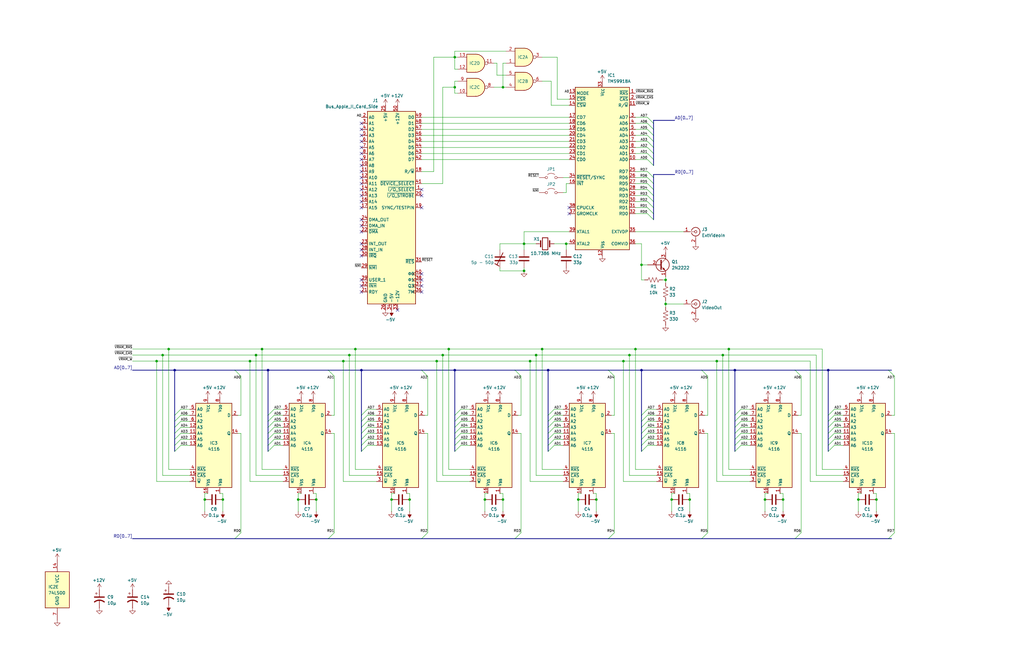
<source format=kicad_sch>
(kicad_sch (version 20231120) (generator "eeschema") (generator_version "8.0")
  (paper "USLedger")
  (title_block (title "Circuit Cellar E-Z Color Graphics Interface") (date "2024-03-31") (comment 2 "captured by Mark Aikens") (comment 3 "by Steve Ciarcia") (comment 4 "Circuit Cellar E-Z Color Graphics Interface"))
  (junction (at 226.06 149.86))
  (junction (at 204.47 210.82))
  (junction (at 86.36 210.82))
  (junction (at 144.78 152.4))
  (junction (at 290.83 210.82))
  (junction (at 238.76 102.87))
  (junction (at 191.77 24.13))
  (junction (at 172.72 210.82))
  (junction (at 349.25 156.21))
  (junction (at 304.8 149.86))
  (junction (at 110.49 147.32))
  (junction (at 105.41 152.4))
  (junction (at 270.51 111.76))
  (junction (at 147.32 149.86))
  (junction (at 228.6 147.32))
  (junction (at 149.86 147.32))
  (junction (at 191.77 36.83))
  (junction (at 265.43 149.86))
  (junction (at 262.89 152.4))
  (junction (at 113.03 156.21))
  (junction (at 280.67 118.11))
  (junction (at 267.97 147.32))
  (junction (at 165.1 210.82))
  (junction (at 68.58 149.86))
  (junction (at 212.09 36.83))
  (junction (at 73.66 156.21))
  (junction (at 270.51 156.21))
  (junction (at 107.95 149.86))
  (junction (at 152.4 156.21))
  (junction (at 186.69 149.86))
  (junction (at 361.95 210.82))
  (junction (at 322.58 210.82))
  (junction (at 71.12 147.32))
  (junction (at 223.52 152.4))
  (junction (at 231.14 156.21))
  (junction (at 251.46 210.82))
  (junction (at 243.84 210.82))
  (junction (at 191.77 156.21))
  (junction (at 184.15 152.4))
  (junction (at 369.57 210.82))
  (junction (at 66.04 152.4))
  (junction (at 280.67 128.27))
  (junction (at 307.34 147.32))
  (junction (at 302.26 152.4))
  (junction (at 309.88 156.21))
  (junction (at 220.98 114.3))
  (junction (at 125.73 210.82))
  (junction (at 330.2 210.82))
  (junction (at 220.98 102.87))
  (junction (at 93.98 210.82))
  (junction (at 133.35 210.82))
  (junction (at 212.09 210.82))
  (junction (at 283.21 210.82))
  (junction (at 189.23 147.32))
  (no_connect (at 152.4 72.39))
  (no_connect (at 152.4 69.85))
  (no_connect (at 152.4 67.31))
  (no_connect (at 152.4 77.47))
  (no_connect (at 152.4 85.09))
  (no_connect (at 177.8 123.19))
  (no_connect (at 152.4 57.15))
  (no_connect (at 177.8 120.65))
  (no_connect (at 152.4 80.01))
  (no_connect (at 152.4 95.25))
  (no_connect (at 240.03 90.17))
  (no_connect (at 167.64 130.81))
  (no_connect (at 177.8 82.55))
  (no_connect (at 152.4 64.77))
  (no_connect (at 152.4 118.11))
  (no_connect (at 152.4 102.87))
  (no_connect (at 152.4 87.63))
  (no_connect (at 177.8 115.57))
  (no_connect (at 152.4 107.95))
  (no_connect (at 152.4 92.71))
  (no_connect (at 152.4 54.61))
  (no_connect (at 152.4 82.55))
  (no_connect (at 152.4 62.23))
  (no_connect (at 177.8 87.63))
  (no_connect (at 152.4 59.69))
  (no_connect (at 152.4 97.79))
  (no_connect (at 152.4 74.93))
  (no_connect (at 152.4 105.41))
  (no_connect (at 152.4 52.07))
  (no_connect (at 152.4 123.19))
  (no_connect (at 152.4 120.65))
  (no_connect (at 240.03 87.63))
  (no_connect (at 177.8 80.01))
  (no_connect (at 177.8 118.11))
  (bus_entry (at 273.05 72.39) (size 2.54 2.54))
  (bus_entry (at 351.79 177.8) (size -2.54 2.54))
  (bus_entry (at 115.57 182.88) (size -2.54 2.54))
  (bus_entry (at 273.05 59.69) (size 2.54 2.54))
  (bus_entry (at 233.68 180.34) (size -2.54 2.54))
  (bus_entry (at 76.2 185.42) (size -2.54 2.54))
  (bus_entry (at 337.82 224.79) (size -2.54 2.54))
  (bus_entry (at 180.34 224.79) (size -2.54 2.54))
  (bus_entry (at 273.05 185.42) (size -2.54 2.54))
  (bus_entry (at 273.05 90.17) (size 2.54 2.54))
  (bus_entry (at 76.2 172.72) (size -2.54 2.54))
  (bus_entry (at 312.42 177.8) (size -2.54 2.54))
  (bus_entry (at 273.05 64.77) (size 2.54 2.54))
  (bus_entry (at 351.79 187.96) (size -2.54 2.54))
  (bus_entry (at 140.97 224.79) (size -2.54 2.54))
  (bus_entry (at 194.31 172.72) (size -2.54 2.54))
  (bus_entry (at 194.31 180.34) (size -2.54 2.54))
  (bus_entry (at 351.79 175.26) (size -2.54 2.54))
  (bus_entry (at 233.68 172.72) (size -2.54 2.54))
  (bus_entry (at 312.42 175.26) (size -2.54 2.54))
  (bus_entry (at 233.68 175.26) (size -2.54 2.54))
  (bus_entry (at 194.31 187.96) (size -2.54 2.54))
  (bus_entry (at 140.97 158.75) (size -2.54 -2.54))
  (bus_entry (at 312.42 187.96) (size -2.54 2.54))
  (bus_entry (at 273.05 57.15) (size 2.54 2.54))
  (bus_entry (at 115.57 185.42) (size -2.54 2.54))
  (bus_entry (at 180.34 158.75) (size -2.54 -2.54))
  (bus_entry (at 337.82 158.75) (size -2.54 -2.54))
  (bus_entry (at 312.42 182.88) (size -2.54 2.54))
  (bus_entry (at 351.79 182.88) (size -2.54 2.54))
  (bus_entry (at 115.57 175.26) (size -2.54 2.54))
  (bus_entry (at 76.2 177.8) (size -2.54 2.54))
  (bus_entry (at 273.05 85.09) (size 2.54 2.54))
  (bus_entry (at 115.57 187.96) (size -2.54 2.54))
  (bus_entry (at 219.71 224.79) (size -2.54 2.54))
  (bus_entry (at 194.31 175.26) (size -2.54 2.54))
  (bus_entry (at 273.05 175.26) (size -2.54 2.54))
  (bus_entry (at 115.57 180.34) (size -2.54 2.54))
  (bus_entry (at 273.05 80.01) (size 2.54 2.54))
  (bus_entry (at 377.19 224.79) (size -2.54 2.54))
  (bus_entry (at 76.2 182.88) (size -2.54 2.54))
  (bus_entry (at 194.31 185.42) (size -2.54 2.54))
  (bus_entry (at 154.94 172.72) (size -2.54 2.54))
  (bus_entry (at 351.79 172.72) (size -2.54 2.54))
  (bus_entry (at 273.05 54.61) (size 2.54 2.54))
  (bus_entry (at 377.19 158.75) (size -2.54 -2.54))
  (bus_entry (at 312.42 172.72) (size -2.54 2.54))
  (bus_entry (at 273.05 62.23) (size 2.54 2.54))
  (bus_entry (at 312.42 180.34) (size -2.54 2.54))
  (bus_entry (at 273.05 67.31) (size 2.54 2.54))
  (bus_entry (at 219.71 158.75) (size -2.54 -2.54))
  (bus_entry (at 273.05 187.96) (size -2.54 2.54))
  (bus_entry (at 273.05 182.88) (size -2.54 2.54))
  (bus_entry (at 273.05 172.72) (size -2.54 2.54))
  (bus_entry (at 298.45 158.75) (size -2.54 -2.54))
  (bus_entry (at 273.05 82.55) (size 2.54 2.54))
  (bus_entry (at 298.45 224.79) (size -2.54 2.54))
  (bus_entry (at 273.05 180.34) (size -2.54 2.54))
  (bus_entry (at 154.94 180.34) (size -2.54 2.54))
  (bus_entry (at 115.57 177.8) (size -2.54 2.54))
  (bus_entry (at 194.31 182.88) (size -2.54 2.54))
  (bus_entry (at 233.68 187.96) (size -2.54 2.54))
  (bus_entry (at 259.08 158.75) (size -2.54 -2.54))
  (bus_entry (at 194.31 177.8) (size -2.54 2.54))
  (bus_entry (at 273.05 49.53) (size 2.54 2.54))
  (bus_entry (at 76.2 175.26) (size -2.54 2.54))
  (bus_entry (at 76.2 187.96) (size -2.54 2.54))
  (bus_entry (at 351.79 180.34) (size -2.54 2.54))
  (bus_entry (at 259.08 224.79) (size -2.54 2.54))
  (bus_entry (at 154.94 187.96) (size -2.54 2.54))
  (bus_entry (at 154.94 182.88) (size -2.54 2.54))
  (bus_entry (at 101.6 224.79) (size -2.54 2.54))
  (bus_entry (at 154.94 175.26) (size -2.54 2.54))
  (bus_entry (at 273.05 52.07) (size 2.54 2.54))
  (bus_entry (at 233.68 182.88) (size -2.54 2.54))
  (bus_entry (at 154.94 177.8) (size -2.54 2.54))
  (bus_entry (at 312.42 185.42) (size -2.54 2.54))
  (bus_entry (at 154.94 185.42) (size -2.54 2.54))
  (bus_entry (at 273.05 87.63) (size 2.54 2.54))
  (bus_entry (at 115.57 172.72) (size -2.54 2.54))
  (bus_entry (at 273.05 177.8) (size -2.54 2.54))
  (bus_entry (at 101.6 158.75) (size -2.54 -2.54))
  (bus_entry (at 76.2 180.34) (size -2.54 2.54))
  (bus_entry (at 273.05 74.93) (size 2.54 2.54))
  (bus_entry (at 233.68 177.8) (size -2.54 2.54))
  (bus_entry (at 351.79 185.42) (size -2.54 2.54))
  (bus_entry (at 233.68 185.42) (size -2.54 2.54))
  (bus_entry (at 273.05 77.47) (size 2.54 2.54))
  (wire (pts (xy 312.42 182.88) (xy 316.23 182.88)))
  (bus (pts (xy 73.66 156.21) (xy 73.66 175.26)))
  (bus (pts (xy 55.88 156.21) (xy 73.66 156.21)))
  (wire (pts (xy 115.57 180.34) (xy 119.38 180.34)))
  (bus (pts (xy 177.8 227.33) (xy 217.17 227.33)))
  (wire (pts (xy 330.2 210.82) (xy 330.2 215.9)))
  (wire (pts (xy 115.57 172.72) (xy 119.38 172.72)))
  (bus (pts (xy 73.66 185.42) (xy 73.66 187.96)))
  (wire (pts (xy 233.68 175.26) (xy 237.49 175.26)))
  (bus (pts (xy 270.51 187.96) (xy 270.51 190.5)))
  (bus (pts (xy 73.66 177.8) (xy 73.66 180.34)))
  (wire (pts (xy 280.67 118.11) (xy 280.67 116.84)))
  (wire (pts (xy 177.8 64.77) (xy 240.03 64.77)))
  (wire (pts (xy 193.04 24.13) (xy 191.77 24.13)))
  (bus (pts (xy 231.14 156.21) (xy 231.14 175.26)))
  (wire (pts (xy 238.76 105.41) (xy 238.76 102.87)))
  (bus (pts (xy 349.25 182.88) (xy 349.25 185.42)))
  (wire (pts (xy 147.32 200.66) (xy 158.75 200.66)))
  (wire (pts (xy 240.03 77.47) (xy 238.76 77.47)))
  (bus (pts (xy 349.25 156.21) (xy 349.25 175.26)))
  (wire (pts (xy 273.05 182.88) (xy 276.86 182.88)))
  (bus (pts (xy 217.17 227.33) (xy 256.54 227.33)))
  (wire (pts (xy 76.2 177.8) (xy 80.01 177.8)))
  (wire (pts (xy 238.76 102.87) (xy 240.03 102.87)))
  (wire (pts (xy 237.49 81.28) (xy 238.76 81.28)))
  (wire (pts (xy 115.57 187.96) (xy 119.38 187.96)))
  (wire (pts (xy 172.72 208.28) (xy 172.72 210.82)))
  (wire (pts (xy 233.68 180.34) (xy 237.49 180.34)))
  (wire (pts (xy 55.88 147.32) (xy 71.12 147.32)))
  (bus (pts (xy 231.14 182.88) (xy 231.14 185.42)))
  (bus (pts (xy 275.59 85.09) (xy 275.59 87.63)))
  (wire (pts (xy 194.31 175.26) (xy 198.12 175.26)))
  (bus (pts (xy 256.54 227.33) (xy 295.91 227.33)))
  (wire (pts (xy 336.55 175.26) (xy 337.82 175.26)))
  (wire (pts (xy 177.8 62.23) (xy 240.03 62.23)))
  (bus (pts (xy 275.59 50.8) (xy 284.48 50.8)))
  (wire (pts (xy 210.82 114.3) (xy 220.98 114.3)))
  (wire (pts (xy 322.58 215.9) (xy 322.58 210.82)))
  (wire (pts (xy 55.88 152.4) (xy 66.04 152.4)))
  (wire (pts (xy 267.97 97.79) (xy 288.29 97.79)))
  (wire (pts (xy 283.21 210.82) (xy 283.21 208.28)))
  (wire (pts (xy 234.95 24.13) (xy 234.95 41.91)))
  (wire (pts (xy 193.04 34.29) (xy 191.77 34.29)))
  (bus (pts (xy 349.25 180.34) (xy 349.25 182.88)))
  (wire (pts (xy 267.97 72.39) (xy 273.05 72.39)))
  (wire (pts (xy 257.81 175.26) (xy 259.08 175.26)))
  (bus (pts (xy 275.59 87.63) (xy 275.59 90.17)))
  (wire (pts (xy 184.15 152.4) (xy 223.52 152.4)))
  (wire (pts (xy 251.46 210.82) (xy 251.46 215.9)))
  (wire (pts (xy 210.82 114.3) (xy 210.82 113.03)))
  (bus (pts (xy 191.77 180.34) (xy 191.77 182.88)))
  (wire (pts (xy 307.34 147.32) (xy 346.71 147.32)))
  (wire (pts (xy 290.83 210.82) (xy 290.83 215.9)))
  (wire (pts (xy 270.51 118.11) (xy 271.78 118.11)))
  (wire (pts (xy 93.98 208.28) (xy 93.98 210.82)))
  (bus (pts (xy 275.59 67.31) (xy 275.59 69.85)))
  (wire (pts (xy 191.77 36.83) (xy 191.77 34.29)))
  (wire (pts (xy 346.71 198.12) (xy 346.71 147.32)))
  (wire (pts (xy 76.2 185.42) (xy 80.01 185.42)))
  (wire (pts (xy 76.2 180.34) (xy 80.01 180.34)))
  (wire (pts (xy 297.18 175.26) (xy 298.45 175.26)))
  (wire (pts (xy 204.47 215.9) (xy 204.47 210.82)))
  (wire (pts (xy 223.52 203.2) (xy 223.52 152.4)))
  (wire (pts (xy 267.97 64.77) (xy 273.05 64.77)))
  (wire (pts (xy 125.73 208.28) (xy 127 208.28)))
  (wire (pts (xy 243.84 215.9) (xy 243.84 210.82)))
  (wire (pts (xy 377.19 182.88) (xy 375.92 182.88)))
  (wire (pts (xy 267.97 74.93) (xy 273.05 74.93)))
  (wire (pts (xy 107.95 149.86) (xy 147.32 149.86)))
  (wire (pts (xy 66.04 152.4) (xy 105.41 152.4)))
  (bus (pts (xy 349.25 187.96) (xy 349.25 190.5)))
  (wire (pts (xy 76.2 172.72) (xy 80.01 172.72)))
  (wire (pts (xy 177.8 54.61) (xy 240.03 54.61)))
  (bus (pts (xy 270.51 156.21) (xy 270.51 175.26)))
  (wire (pts (xy 290.83 208.28) (xy 289.56 208.28)))
  (wire (pts (xy 125.73 215.9) (xy 125.73 210.82)))
  (wire (pts (xy 283.21 215.9) (xy 283.21 210.82)))
  (wire (pts (xy 267.97 198.12) (xy 267.97 147.32)))
  (bus (pts (xy 275.59 64.77) (xy 275.59 67.31)))
  (wire (pts (xy 267.97 147.32) (xy 307.34 147.32)))
  (wire (pts (xy 273.05 177.8) (xy 276.86 177.8)))
  (bus (pts (xy 275.59 59.69) (xy 275.59 62.23)))
  (wire (pts (xy 226.06 200.66) (xy 237.49 200.66)))
  (wire (pts (xy 369.57 208.28) (xy 368.3 208.28)))
  (bus (pts (xy 177.8 156.21) (xy 191.77 156.21)))
  (wire (pts (xy 76.2 175.26) (xy 80.01 175.26)))
  (wire (pts (xy 219.71 182.88) (xy 218.44 182.88)))
  (wire (pts (xy 133.35 208.28) (xy 132.08 208.28)))
  (wire (pts (xy 228.6 147.32) (xy 267.97 147.32)))
  (wire (pts (xy 180.34 182.88) (xy 179.07 182.88)))
  (wire (pts (xy 210.82 102.87) (xy 210.82 105.41)))
  (wire (pts (xy 218.44 175.26) (xy 219.71 175.26)))
  (bus (pts (xy 295.91 156.21) (xy 309.88 156.21)))
  (wire (pts (xy 186.69 149.86) (xy 226.06 149.86)))
  (wire (pts (xy 194.31 172.72) (xy 198.12 172.72)))
  (wire (pts (xy 312.42 187.96) (xy 316.23 187.96)))
  (wire (pts (xy 220.98 97.79) (xy 220.98 102.87)))
  (wire (pts (xy 149.86 198.12) (xy 158.75 198.12)))
  (wire (pts (xy 154.94 177.8) (xy 158.75 177.8)))
  (wire (pts (xy 140.97 158.75) (xy 140.97 175.26)))
  (wire (pts (xy 212.09 36.83) (xy 213.36 36.83)))
  (wire (pts (xy 115.57 185.42) (xy 119.38 185.42)))
  (wire (pts (xy 177.8 77.47) (xy 186.69 77.47)))
  (bus (pts (xy 113.03 156.21) (xy 113.03 175.26)))
  (wire (pts (xy 93.98 208.28) (xy 92.71 208.28)))
  (bus (pts (xy 275.59 74.93) (xy 275.59 77.47)))
  (wire (pts (xy 267.97 82.55) (xy 273.05 82.55)))
  (wire (pts (xy 182.88 24.13) (xy 182.88 72.39)))
  (wire (pts (xy 267.97 77.47) (xy 273.05 77.47)))
  (wire (pts (xy 76.2 182.88) (xy 80.01 182.88)))
  (wire (pts (xy 312.42 185.42) (xy 316.23 185.42)))
  (wire (pts (xy 144.78 152.4) (xy 184.15 152.4)))
  (wire (pts (xy 165.1 208.28) (xy 166.37 208.28)))
  (wire (pts (xy 351.79 175.26) (xy 355.6 175.26)))
  (wire (pts (xy 302.26 203.2) (xy 302.26 152.4)))
  (bus (pts (xy 275.59 62.23) (xy 275.59 64.77)))
  (wire (pts (xy 259.08 224.79) (xy 259.08 182.88)))
  (bus (pts (xy 138.43 227.33) (xy 177.8 227.33)))
  (bus (pts (xy 231.14 185.42) (xy 231.14 187.96)))
  (wire (pts (xy 66.04 203.2) (xy 80.01 203.2)))
  (bus (pts (xy 295.91 227.33) (xy 335.28 227.33)))
  (wire (pts (xy 186.69 200.66) (xy 198.12 200.66)))
  (bus (pts (xy 191.77 156.21) (xy 217.17 156.21)))
  (bus (pts (xy 349.25 185.42) (xy 349.25 187.96)))
  (wire (pts (xy 172.72 208.28) (xy 171.45 208.28)))
  (bus (pts (xy 270.51 180.34) (xy 270.51 182.88)))
  (wire (pts (xy 243.84 208.28) (xy 245.11 208.28)))
  (wire (pts (xy 189.23 198.12) (xy 198.12 198.12)))
  (wire (pts (xy 101.6 182.88) (xy 100.33 182.88)))
  (wire (pts (xy 280.67 128.27) (xy 280.67 127)))
  (wire (pts (xy 147.32 200.66) (xy 147.32 149.86)))
  (wire (pts (xy 212.09 208.28) (xy 210.82 208.28)))
  (wire (pts (xy 154.94 175.26) (xy 158.75 175.26)))
  (wire (pts (xy 204.47 208.28) (xy 205.74 208.28)))
  (wire (pts (xy 267.97 57.15) (xy 273.05 57.15)))
  (bus (pts (xy 113.03 182.88) (xy 113.03 185.42)))
  (bus (pts (xy 152.4 182.88) (xy 152.4 185.42)))
  (wire (pts (xy 204.47 210.82) (xy 204.47 208.28)))
  (bus (pts (xy 270.51 156.21) (xy 295.91 156.21)))
  (wire (pts (xy 154.94 185.42) (xy 158.75 185.42)))
  (wire (pts (xy 212.09 208.28) (xy 212.09 210.82)))
  (wire (pts (xy 66.04 152.4) (xy 66.04 203.2)))
  (wire (pts (xy 191.77 36.83) (xy 186.69 36.83)))
  (wire (pts (xy 219.71 158.75) (xy 219.71 175.26)))
  (wire (pts (xy 377.19 158.75) (xy 377.19 175.26)))
  (bus (pts (xy 349.25 175.26) (xy 349.25 177.8)))
  (wire (pts (xy 133.35 208.28) (xy 133.35 210.82)))
  (wire (pts (xy 267.97 62.23) (xy 273.05 62.23)))
  (bus (pts (xy 73.66 180.34) (xy 73.66 182.88)))
  (bus (pts (xy 191.77 187.96) (xy 191.77 190.5)))
  (wire (pts (xy 312.42 180.34) (xy 316.23 180.34)))
  (wire (pts (xy 273.05 185.42) (xy 276.86 185.42)))
  (bus (pts (xy 275.59 80.01) (xy 275.59 82.55)))
  (wire (pts (xy 251.46 208.28) (xy 250.19 208.28)))
  (bus (pts (xy 335.28 227.33) (xy 374.65 227.33)))
  (wire (pts (xy 228.6 24.13) (xy 234.95 24.13)))
  (bus (pts (xy 309.88 177.8) (xy 309.88 180.34)))
  (wire (pts (xy 238.76 77.47) (xy 238.76 81.28)))
  (bus (pts (xy 270.51 177.8) (xy 270.51 180.34)))
  (wire (pts (xy 288.29 128.27) (xy 280.67 128.27)))
  (wire (pts (xy 100.33 175.26) (xy 101.6 175.26)))
  (bus (pts (xy 113.03 185.42) (xy 113.03 187.96)))
  (wire (pts (xy 86.36 208.28) (xy 86.36 210.82)))
  (bus (pts (xy 191.77 185.42) (xy 191.77 187.96)))
  (wire (pts (xy 110.49 198.12) (xy 119.38 198.12)))
  (bus (pts (xy 309.88 156.21) (xy 335.28 156.21)))
  (wire (pts (xy 283.21 208.28) (xy 284.48 208.28)))
  (wire (pts (xy 177.8 57.15) (xy 240.03 57.15)))
  (wire (pts (xy 267.97 198.12) (xy 276.86 198.12)))
  (wire (pts (xy 177.8 67.31) (xy 240.03 67.31)))
  (bus (pts (xy 152.4 180.34) (xy 152.4 182.88)))
  (wire (pts (xy 182.88 72.39) (xy 177.8 72.39)))
  (wire (pts (xy 267.97 49.53) (xy 273.05 49.53)))
  (bus (pts (xy 152.4 156.21) (xy 152.4 175.26)))
  (bus (pts (xy 73.66 175.26) (xy 73.66 177.8)))
  (wire (pts (xy 139.7 175.26) (xy 140.97 175.26)))
  (wire (pts (xy 172.72 210.82) (xy 172.72 215.9)))
  (bus (pts (xy 270.51 175.26) (xy 270.51 177.8)))
  (wire (pts (xy 154.94 172.72) (xy 158.75 172.72)))
  (wire (pts (xy 228.6 34.29) (xy 232.41 34.29)))
  (wire (pts (xy 191.77 21.59) (xy 213.36 21.59)))
  (wire (pts (xy 279.4 118.11) (xy 280.67 118.11)))
  (wire (pts (xy 369.57 208.28) (xy 369.57 210.82)))
  (wire (pts (xy 267.97 85.09) (xy 273.05 85.09)))
  (wire (pts (xy 369.57 210.82) (xy 369.57 215.9)))
  (wire (pts (xy 165.1 215.9) (xy 165.1 210.82)))
  (wire (pts (xy 351.79 187.96) (xy 355.6 187.96)))
  (bus (pts (xy 231.14 187.96) (xy 231.14 190.5)))
  (wire (pts (xy 330.2 208.28) (xy 328.93 208.28)))
  (wire (pts (xy 140.97 182.88) (xy 139.7 182.88)))
  (wire (pts (xy 212.09 26.67) (xy 212.09 36.83)))
  (wire (pts (xy 55.88 149.86) (xy 68.58 149.86)))
  (wire (pts (xy 267.97 52.07) (xy 273.05 52.07)))
  (wire (pts (xy 337.82 224.79) (xy 337.82 182.88)))
  (wire (pts (xy 265.43 200.66) (xy 265.43 149.86)))
  (bus (pts (xy 335.28 156.21) (xy 349.25 156.21)))
  (wire (pts (xy 351.79 177.8) (xy 355.6 177.8)))
  (wire (pts (xy 233.68 182.88) (xy 237.49 182.88)))
  (wire (pts (xy 189.23 147.32) (xy 228.6 147.32)))
  (wire (pts (xy 179.07 175.26) (xy 180.34 175.26)))
  (bus (pts (xy 275.59 90.17) (xy 275.59 92.71)))
  (bus (pts (xy 275.59 73.66) (xy 275.59 74.93)))
  (wire (pts (xy 140.97 224.79) (xy 140.97 182.88)))
  (wire (pts (xy 322.58 210.82) (xy 322.58 208.28)))
  (wire (pts (xy 107.95 149.86) (xy 107.95 200.66)))
  (wire (pts (xy 177.8 49.53) (xy 240.03 49.53)))
  (bus (pts (xy 152.4 185.42) (xy 152.4 187.96)))
  (wire (pts (xy 304.8 200.66) (xy 316.23 200.66)))
  (wire (pts (xy 154.94 180.34) (xy 158.75 180.34)))
  (wire (pts (xy 267.97 67.31) (xy 273.05 67.31)))
  (bus (pts (xy 374.65 156.21) (xy 375.92 156.21)))
  (bus (pts (xy 275.59 52.07) (xy 275.59 54.61)))
  (wire (pts (xy 298.45 182.88) (xy 297.18 182.88)))
  (wire (pts (xy 351.79 180.34) (xy 355.6 180.34)))
  (wire (pts (xy 344.17 200.66) (xy 355.6 200.66)))
  (bus (pts (xy 191.77 156.21) (xy 191.77 175.26)))
  (wire (pts (xy 209.55 31.75) (xy 213.36 31.75)))
  (wire (pts (xy 267.97 59.69) (xy 273.05 59.69)))
  (wire (pts (xy 76.2 187.96) (xy 80.01 187.96)))
  (wire (pts (xy 265.43 149.86) (xy 304.8 149.86)))
  (wire (pts (xy 307.34 198.12) (xy 316.23 198.12)))
  (wire (pts (xy 186.69 36.83) (xy 186.69 77.47)))
  (wire (pts (xy 107.95 200.66) (xy 119.38 200.66)))
  (wire (pts (xy 71.12 147.32) (xy 71.12 198.12)))
  (wire (pts (xy 184.15 203.2) (xy 184.15 152.4)))
  (wire (pts (xy 377.19 224.79) (xy 377.19 182.88)))
  (wire (pts (xy 240.03 41.91) (xy 234.95 41.91)))
  (wire (pts (xy 312.42 172.72) (xy 316.23 172.72)))
  (wire (pts (xy 233.68 185.42) (xy 237.49 185.42)))
  (wire (pts (xy 259.08 182.88) (xy 257.81 182.88)))
  (bus (pts (xy 309.88 185.42) (xy 309.88 187.96)))
  (bus (pts (xy 231.14 177.8) (xy 231.14 180.34)))
  (bus (pts (xy 231.14 175.26) (xy 231.14 177.8)))
  (bus (pts (xy 275.59 73.66) (xy 284.48 73.66)))
  (wire (pts (xy 220.98 114.3) (xy 220.98 113.03)))
  (wire (pts (xy 194.31 177.8) (xy 198.12 177.8)))
  (wire (pts (xy 105.41 203.2) (xy 119.38 203.2)))
  (bus (pts (xy 349.25 177.8) (xy 349.25 180.34)))
  (wire (pts (xy 302.26 152.4) (xy 341.63 152.4)))
  (bus (pts (xy 217.17 156.21) (xy 231.14 156.21)))
  (wire (pts (xy 101.6 158.75) (xy 101.6 175.26)))
  (wire (pts (xy 262.89 203.2) (xy 276.86 203.2)))
  (wire (pts (xy 351.79 185.42) (xy 355.6 185.42)))
  (wire (pts (xy 270.51 102.87) (xy 270.51 111.76)))
  (wire (pts (xy 243.84 210.82) (xy 243.84 208.28)))
  (wire (pts (xy 307.34 198.12) (xy 307.34 147.32)))
  (wire (pts (xy 189.23 198.12) (xy 189.23 147.32)))
  (wire (pts (xy 233.68 187.96) (xy 237.49 187.96)))
  (wire (pts (xy 233.68 177.8) (xy 237.49 177.8)))
  (wire (pts (xy 154.94 182.88) (xy 158.75 182.88)))
  (wire (pts (xy 182.88 24.13) (xy 191.77 24.13)))
  (bus (pts (xy 55.88 227.33) (xy 99.06 227.33)))
  (bus (pts (xy 113.03 180.34) (xy 113.03 182.88)))
  (wire (pts (xy 184.15 203.2) (xy 198.12 203.2)))
  (wire (pts (xy 68.58 149.86) (xy 107.95 149.86)))
  (wire (pts (xy 191.77 29.21) (xy 193.04 29.21)))
  (bus (pts (xy 309.88 187.96) (xy 309.88 190.5)))
  (wire (pts (xy 226.06 200.66) (xy 226.06 149.86)))
  (wire (pts (xy 93.98 210.82) (xy 93.98 215.9)))
  (wire (pts (xy 191.77 39.37) (xy 193.04 39.37)))
  (wire (pts (xy 267.97 87.63) (xy 273.05 87.63)))
  (wire (pts (xy 115.57 177.8) (xy 119.38 177.8)))
  (wire (pts (xy 270.51 111.76) (xy 273.05 111.76)))
  (wire (pts (xy 262.89 152.4) (xy 302.26 152.4)))
  (bus (pts (xy 270.51 185.42) (xy 270.51 187.96)))
  (bus (pts (xy 113.03 177.8) (xy 113.03 180.34)))
  (wire (pts (xy 341.63 203.2) (xy 355.6 203.2)))
  (wire (pts (xy 115.57 182.88) (xy 119.38 182.88)))
  (wire (pts (xy 147.32 149.86) (xy 186.69 149.86)))
  (wire (pts (xy 351.79 182.88) (xy 355.6 182.88)))
  (wire (pts (xy 273.05 180.34) (xy 276.86 180.34)))
  (wire (pts (xy 322.58 208.28) (xy 323.85 208.28)))
  (wire (pts (xy 105.41 152.4) (xy 144.78 152.4)))
  (bus (pts (xy 275.59 57.15) (xy 275.59 59.69)))
  (bus (pts (xy 309.88 180.34) (xy 309.88 182.88)))
  (wire (pts (xy 110.49 147.32) (xy 149.86 147.32)))
  (wire (pts (xy 209.55 26.67) (xy 209.55 31.75)))
  (wire (pts (xy 267.97 80.01) (xy 273.05 80.01)))
  (wire (pts (xy 361.95 208.28) (xy 363.22 208.28)))
  (bus (pts (xy 309.88 156.21) (xy 309.88 175.26)))
  (wire (pts (xy 208.28 36.83) (xy 212.09 36.83)))
  (wire (pts (xy 280.67 118.11) (xy 280.67 119.38)))
  (bus (pts (xy 73.66 156.21) (xy 99.06 156.21)))
  (bus (pts (xy 73.66 187.96) (xy 73.66 190.5)))
  (wire (pts (xy 220.98 102.87) (xy 210.82 102.87)))
  (bus (pts (xy 99.06 227.33) (xy 138.43 227.33)))
  (wire (pts (xy 105.41 152.4) (xy 105.41 203.2)))
  (wire (pts (xy 273.05 175.26) (xy 276.86 175.26)))
  (bus (pts (xy 374.65 227.33) (xy 375.92 227.33)))
  (bus (pts (xy 275.59 54.61) (xy 275.59 57.15)))
  (wire (pts (xy 71.12 198.12) (xy 80.01 198.12)))
  (wire (pts (xy 220.98 102.87) (xy 220.98 105.41)))
  (wire (pts (xy 219.71 224.79) (xy 219.71 182.88)))
  (wire (pts (xy 251.46 208.28) (xy 251.46 210.82)))
  (wire (pts (xy 125.73 210.82) (xy 125.73 208.28)))
  (wire (pts (xy 194.31 185.42) (xy 198.12 185.42)))
  (bus (pts (xy 152.4 175.26) (xy 152.4 177.8)))
  (wire (pts (xy 330.2 208.28) (xy 330.2 210.82)))
  (wire (pts (xy 154.94 187.96) (xy 158.75 187.96)))
  (wire (pts (xy 228.6 198.12) (xy 237.49 198.12)))
  (wire (pts (xy 177.8 59.69) (xy 240.03 59.69)))
  (wire (pts (xy 337.82 182.88) (xy 336.55 182.88)))
  (wire (pts (xy 149.86 198.12) (xy 149.86 147.32)))
  (wire (pts (xy 213.36 26.67) (xy 212.09 26.67)))
  (wire (pts (xy 270.51 102.87) (xy 267.97 102.87)))
  (bus (pts (xy 256.54 156.21) (xy 270.51 156.21)))
  (wire (pts (xy 191.77 24.13) (xy 191.77 21.59)))
  (wire (pts (xy 194.31 187.96) (xy 198.12 187.96)))
  (wire (pts (xy 226.06 149.86) (xy 265.43 149.86)))
  (wire (pts (xy 186.69 200.66) (xy 186.69 149.86)))
  (wire (pts (xy 86.36 210.82) (xy 86.36 215.9)))
  (bus (pts (xy 275.59 50.8) (xy 275.59 52.07)))
  (wire (pts (xy 312.42 175.26) (xy 316.23 175.26)))
  (wire (pts (xy 144.78 203.2) (xy 144.78 152.4)))
  (bus (pts (xy 231.14 180.34) (xy 231.14 182.88)))
  (bus (pts (xy 113.03 187.96) (xy 113.03 190.5)))
  (wire (pts (xy 144.78 203.2) (xy 158.75 203.2)))
  (wire (pts (xy 228.6 198.12) (xy 228.6 147.32)))
  (wire (pts (xy 212.09 210.82) (xy 212.09 215.9)))
  (wire (pts (xy 71.12 147.32) (xy 110.49 147.32)))
  (wire (pts (xy 270.51 111.76) (xy 270.51 118.11)))
  (wire (pts (xy 302.26 203.2) (xy 316.23 203.2)))
  (wire (pts (xy 259.08 158.75) (xy 259.08 175.26)))
  (wire (pts (xy 220.98 102.87) (xy 226.06 102.87)))
  (wire (pts (xy 101.6 224.79) (xy 101.6 182.88)))
  (wire (pts (xy 223.52 203.2) (xy 237.49 203.2)))
  (bus (pts (xy 275.59 82.55) (xy 275.59 85.09)))
  (wire (pts (xy 233.68 102.87) (xy 238.76 102.87)))
  (wire (pts (xy 180.34 158.75) (xy 180.34 175.26)))
  (bus (pts (xy 275.59 77.47) (xy 275.59 80.01)))
  (wire (pts (xy 298.45 158.75) (xy 298.45 175.26)))
  (wire (pts (xy 191.77 24.13) (xy 191.77 29.21)))
  (bus (pts (xy 191.77 175.26) (xy 191.77 177.8)))
  (wire (pts (xy 312.42 177.8) (xy 316.23 177.8)))
  (wire (pts (xy 298.45 224.79) (xy 298.45 182.88)))
  (bus (pts (xy 191.77 177.8) (xy 191.77 180.34)))
  (wire (pts (xy 223.52 152.4) (xy 262.89 152.4)))
  (wire (pts (xy 267.97 54.61) (xy 273.05 54.61)))
  (wire (pts (xy 262.89 203.2) (xy 262.89 152.4)))
  (wire (pts (xy 304.8 149.86) (xy 344.17 149.86)))
  (wire (pts (xy 191.77 36.83) (xy 191.77 39.37)))
  (wire (pts (xy 68.58 200.66) (xy 80.01 200.66)))
  (wire (pts (xy 273.05 172.72) (xy 276.86 172.72)))
  (bus (pts (xy 191.77 182.88) (xy 191.77 185.42)))
  (wire (pts (xy 304.8 200.66) (xy 304.8 149.86)))
  (wire (pts (xy 68.58 149.86) (xy 68.58 200.66)))
  (bus (pts (xy 152.4 177.8) (xy 152.4 180.34)))
  (wire (pts (xy 265.43 200.66) (xy 276.86 200.66)))
  (bus (pts (xy 349.25 156.21) (xy 374.65 156.21)))
  (wire (pts (xy 149.86 147.32) (xy 189.23 147.32)))
  (bus (pts (xy 309.88 175.26) (xy 309.88 177.8)))
  (bus (pts (xy 152.4 156.21) (xy 177.8 156.21)))
  (bus (pts (xy 309.88 182.88) (xy 309.88 185.42)))
  (bus (pts (xy 138.43 156.21) (xy 152.4 156.21)))
  (wire (pts (xy 133.35 210.82) (xy 133.35 215.9)))
  (bus (pts (xy 231.14 156.21) (xy 256.54 156.21)))
  (wire (pts (xy 115.57 175.26) (xy 119.38 175.26)))
  (bus (pts (xy 73.66 182.88) (xy 73.66 185.42)))
  (bus (pts (xy 152.4 187.96) (xy 152.4 190.5)))
  (wire (pts (xy 344.17 200.66) (xy 344.17 149.86)))
  (bus (pts (xy 99.06 156.21) (xy 113.03 156.21)))
  (wire (pts (xy 194.31 180.34) (xy 198.12 180.34)))
  (wire (pts (xy 346.71 198.12) (xy 355.6 198.12)))
  (wire (pts (xy 232.41 34.29) (xy 232.41 44.45)))
  (wire (pts (xy 290.83 208.28) (xy 290.83 210.82)))
  (wire (pts (xy 237.49 74.93) (xy 240.03 74.93)))
  (wire (pts (xy 177.8 52.07) (xy 240.03 52.07)))
  (wire (pts (xy 280.67 128.27) (xy 280.67 129.54)))
  (wire (pts (xy 110.49 147.32) (xy 110.49 198.12)))
  (wire (pts (xy 180.34 224.79) (xy 180.34 182.88)))
  (wire (pts (xy 209.55 26.67) (xy 208.28 26.67)))
  (wire (pts (xy 233.68 172.72) (xy 237.49 172.72)))
  (wire (pts (xy 351.79 172.72) (xy 355.6 172.72)))
  (wire (pts (xy 86.36 208.28) (xy 87.63 208.28)))
  (bus (pts (xy 270.51 182.88) (xy 270.51 185.42)))
  (wire (pts (xy 361.95 215.9) (xy 361.95 210.82)))
  (wire (pts (xy 273.05 187.96) (xy 276.86 187.96)))
  (wire (pts (xy 337.82 158.75) (xy 337.82 175.26)))
  (wire (pts (xy 220.98 97.79) (xy 240.03 97.79)))
  (wire (pts (xy 165.1 210.82) (xy 165.1 208.28)))
  (wire (pts (xy 377.19 175.26) (xy 375.92 175.26)))
  (wire (pts (xy 267.97 90.17) (xy 273.05 90.17)))
  (wire (pts (xy 341.63 203.2) (xy 341.63 152.4)))
  (wire (pts (xy 232.41 44.45) (xy 240.03 44.45)))
  (wire (pts (xy 194.31 182.88) (xy 198.12 182.88)))
  (bus (pts (xy 113.03 156.21) (xy 138.43 156.21)))
  (wire (pts (xy 361.95 210.82) (xy 361.95 208.28)))
  (bus (pts (xy 113.03 175.26) (xy 113.03 177.8)))
  (label "AD4" (at 351.79 180.34 0) (effects (font (size 1 1))))
  (label "AD5" (at 194.31 177.8 0) (effects (font (size 1 1))))
  (label "~{VRAM_CAS}" (at 55.88 149.86 180) (effects (font (size 1 1))))
  (label "AD3" (at 312.42 182.88 0) (effects (font (size 1 1))))
  (label "AD4" (at 312.42 180.34 0) (effects (font (size 1 1))))
  (label "RD3" (at 273.05 82.55 180) (effects (font (size 1 1))))
  (label "RD4" (at 259.08 224.79 180) (effects (font (size 1 1))))
  (label "AD3" (at 219.71 160.02 180) (effects (font (size 1 1))))
  (label "AD4" (at 76.2 180.34 0) (effects (font (size 1 1))))
  (label "~{VRAM_RAS}" (at 55.88 147.32 180) (effects (font (size 1 1))))
  (label "AD7" (at 312.42 172.72 0) (effects (font (size 1 1))))
  (label "AD7" (at 377.19 160.02 180) (effects (font (size 1 1))))
  (label "AD6" (at 312.42 175.26 0) (effects (font (size 1 1))))
  (label "AD7" (at 233.68 172.72 0) (effects (font (size 1 1))))
  (label "~{VRAM_RAS}" (at 267.97 39.37 0) (effects (font (size 1 1))))
  (label "AD5" (at 115.57 177.8 0) (effects (font (size 1 1))))
  (label "AD0" (at 101.6 160.02 180) (effects (font (size 1 1))))
  (label "RD5" (at 273.05 77.47 180) (effects (font (size 1 1))))
  (label "AD2" (at 273.05 185.42 0) (effects (font (size 1 1))))
  (label "~{RESET}" (at 227.33 74.93 180) (effects (font (size 1 1))))
  (label "RD6" (at 273.05 74.93 180) (effects (font (size 1 1))))
  (label "AD1" (at 233.68 187.96 0) (effects (font (size 1 1))))
  (label "A0" (at 240.03 39.37 180) (effects (font (size 1 1))))
  (label "AD2" (at 233.68 185.42 0) (effects (font (size 1 1))))
  (label "AD[0..7]" (at 55.88 156.21 180))
  (label "RD6" (at 337.82 224.79 180) (effects (font (size 1 1))))
  (label "AD6" (at 115.57 175.26 0) (effects (font (size 1 1))))
  (label "RD1" (at 273.05 87.63 180) (effects (font (size 1 1))))
  (label "AD7" (at 351.79 172.72 0) (effects (font (size 1 1))))
  (label "~{VRAM_W}" (at 267.97 44.45 0) (effects (font (size 1 1))))
  (label "RD[0..7]" (at 284.48 73.66 0))
  (label "AD7" (at 76.2 172.72 0) (effects (font (size 1 1))))
  (label "AD2" (at 194.31 185.42 0) (effects (font (size 1 1))))
  (label "AD6" (at 154.94 175.26 0) (effects (font (size 1 1))))
  (label "AD4" (at 115.57 180.34 0) (effects (font (size 1 1))))
  (label "AD7" (at 273.05 49.53 180) (effects (font (size 1 1))))
  (label "~{NMI}" (at 152.4 113.03 180) (effects (font (size 1 1))))
  (label "AD1" (at 194.31 187.96 0) (effects (font (size 1 1))))
  (label "AD1" (at 273.05 64.77 180) (effects (font (size 1 1))))
  (label "RD1" (at 140.97 224.79 180) (effects (font (size 1 1))))
  (label "AD1" (at 312.42 187.96 0) (effects (font (size 1 1))))
  (label "~{RESET}" (at 177.8 110.49 0) (effects (font (size 1 1))))
  (label "AD1" (at 154.94 187.96 0) (effects (font (size 1 1))))
  (label "AD5" (at 298.45 160.02 180) (effects (font (size 1 1))))
  (label "RD7" (at 273.05 72.39 180) (effects (font (size 1 1))))
  (label "AD2" (at 273.05 62.23 180) (effects (font (size 1 1))))
  (label "A0" (at 152.4 49.53 180) (effects (font (size 1 1))))
  (label "AD5" (at 273.05 54.61 180) (effects (font (size 1 1))))
  (label "RD0" (at 273.05 90.17 180) (effects (font (size 1 1))))
  (label "AD4" (at 273.05 57.15 180) (effects (font (size 1 1))))
  (label "AD4" (at 259.08 160.02 180) (effects (font (size 1 1))))
  (label "AD2" (at 76.2 185.42 0) (effects (font (size 1 1))))
  (label "AD5" (at 312.42 177.8 0) (effects (font (size 1 1))))
  (label "AD3" (at 273.05 182.88 0) (effects (font (size 1 1))))
  (label "AD0" (at 273.05 67.31 180) (effects (font (size 1 1))))
  (label "AD3" (at 351.79 182.88 0) (effects (font (size 1 1))))
  (label "AD2" (at 351.79 185.42 0) (effects (font (size 1 1))))
  (label "AD5" (at 154.94 177.8 0) (effects (font (size 1 1))))
  (label "AD5" (at 351.79 177.8 0) (effects (font (size 1 1))))
  (label "AD3" (at 194.31 182.88 0) (effects (font (size 1 1))))
  (label "AD7" (at 273.05 172.72 0) (effects (font (size 1 1))))
  (label "AD6" (at 76.2 175.26 0) (effects (font (size 1 1))))
  (label "~{NMI}" (at 227.33 81.28 180) (effects (font (size 1 1))))
  (label "AD3" (at 273.05 59.69 180) (effects (font (size 1 1))))
  (label "RD2" (at 273.05 85.09 180) (effects (font (size 1 1))))
  (label "RD5" (at 298.45 224.79 180) (effects (font (size 1 1))))
  (label "AD1" (at 351.79 187.96 0) (effects (font (size 1 1))))
  (label "RD3" (at 219.71 224.79 180) (effects (font (size 1 1))))
  (label "RD4" (at 273.05 80.01 180) (effects (font (size 1 1))))
  (label "AD3" (at 154.94 182.88 0) (effects (font (size 1 1))))
  (label "AD1" (at 273.05 187.96 0) (effects (font (size 1 1))))
  (label "~{VRAM_CAS}" (at 267.97 41.91 0) (effects (font (size 1 1))))
  (label "AD1" (at 76.2 187.96 0) (effects (font (size 1 1))))
  (label "AD[0..7]" (at 284.48 50.8 0))
  (label "AD4" (at 233.68 180.34 0) (effects (font (size 1 1))))
  (label "AD3" (at 115.57 182.88 0) (effects (font (size 1 1))))
  (label "AD6" (at 194.31 175.26 0) (effects (font (size 1 1))))
  (label "AD3" (at 233.68 182.88 0) (effects (font (size 1 1))))
  (label "AD2" (at 180.34 160.02 180) (effects (font (size 1 1))))
  (label "AD7" (at 115.57 172.72 0) (effects (font (size 1 1))))
  (label "AD6" (at 233.68 175.26 0) (effects (font (size 1 1))))
  (label "RD7" (at 377.19 224.79 180) (effects (font (size 1 1))))
  (label "AD5" (at 273.05 177.8 0) (effects (font (size 1 1))))
  (label "AD4" (at 154.94 180.34 0) (effects (font (size 1 1))))
  (label "AD6" (at 273.05 175.26 0) (effects (font (size 1 1))))
  (label "AD6" (at 351.79 175.26 0) (effects (font (size 1 1))))
  (label "AD3" (at 76.2 182.88 0) (effects (font (size 1 1))))
  (label "AD6" (at 337.82 160.02 180) (effects (font (size 1 1))))
  (label "AD2" (at 115.57 185.42 0) (effects (font (size 1 1))))
  (label "AD7" (at 154.94 172.72 0) (effects (font (size 1 1))))
  (label "AD5" (at 76.2 177.8 0) (effects (font (size 1 1))))
  (label "AD4" (at 273.05 180.34 0) (effects (font (size 1 1))))
  (label "AD1" (at 140.97 160.02 180) (effects (font (size 1 1))))
  (label "AD7" (at 194.31 172.72 0) (effects (font (size 1 1))))
  (label "RD[0..7]" (at 55.88 227.33 180))
  (label "RD0" (at 101.6 224.79 180) (effects (font (size 1 1))))
  (label "RD2" (at 180.34 224.79 180) (effects (font (size 1 1))))
  (label "AD1" (at 115.57 187.96 0) (effects (font (size 1 1))))
  (label "AD5" (at 233.68 177.8 0) (effects (font (size 1 1))))
  (label "AD4" (at 194.31 180.34 0) (effects (font (size 1 1))))
  (label "AD6" (at 273.05 52.07 180) (effects (font (size 1 1))))
  (label "AD2" (at 154.94 185.42 0) (effects (font (size 1 1))))
  (label "AD2" (at 312.42 185.42 0) (effects (font (size 1 1))))
  (label "~{VRAM_W}" (at 55.88 152.4 180) (effects (font (size 1 1))))
  (symbol (lib_id "Memory_Legacy:4116") (at 129.54 187.96 0) (unit 1)
    (property "Reference" "IC4" (at 129.54 186.944 0))
    (property "Value" "4116" (at 129.54 189.484 0))
    (property "Footprint" "Package_DIP:DIP-16_W7.62mm_Socket" (effects (hide yes)))
    (property "Description" "DRAM 16 KiBit (16K x 1)" (effects (hide yes)))
  )
  (symbol (lib_id "power:GND") (at 243.84 215.9 0) (unit 1)
    (property "Reference" "#PWR035" (effects (hide yes)))
    (property "Value" "GND" (effects (hide yes)))
    (property "Description" "Power symbol creates a global label with name \"GND\" , ground" (effects (hide yes)))
  )
  (symbol (lib_id "power:+12V") (at 41.91 248.92 0) (unit 1)
    (property "Reference" "#PWR051" (effects (hide yes)))
    (property "Value" "+12V" (at 41.656 244.856 0))
    (property "Description" "Power symbol creates a global label with name \"+12V\"" (effects (hide yes)))
  )
  (symbol (lib_id "power:+12V") (at 328.93 167.64 0) (unit 1)
    (property "Reference" "#PWR045" (effects (hide yes)))
    (property "Value" "+12V" (at 328.676 163.576 0))
    (property "Description" "Power symbol creates a global label with name \"+12V\"" (effects (hide yes)))
  )
  (symbol (lib_id "Device:C") (at 220.98 109.22 180) (unit 1)
    (property "Reference" "C13" (at 216.408 108.204 0))
    (property "Value" "33p" (at 216.662 110.744 0))
    (property "Description" "Unpolarized capacitor" (effects (hide yes)))
  )
  (symbol (lib_id "power:+12V") (at 171.45 167.64 0) (unit 1)
    (property "Reference" "#PWR027" (effects (hide yes)))
    (property "Value" "+12V" (at 171.196 163.576 0))
    (property "Description" "Power symbol creates a global label with name \"+12V\"" (effects (hide yes)))
  )
  (symbol (lib_id "Device:C_Trim") (at 210.82 109.22 180) (unit 1)
    (property "Reference" "C11" (at 206.248 108.204 0))
    (property "Value" "5p - 50p" (at 203.454 110.744 0))
    (property "Description" "Trimmable capacitor" (effects (hide yes)))
  )
  (symbol (lib_id "power:GND") (at 204.47 215.9 0) (unit 1)
    (property "Reference" "#PWR029" (effects (hide yes)))
    (property "Value" "GND" (effects (hide yes)))
    (property "Description" "Power symbol creates a global label with name \"GND\" , ground" (effects (hide yes)))
  )
  (symbol (lib_id "Device:C") (at 247.65 210.82 90) (unit 1)
    (property "Reference" "C4" (at 247.65 214.884 90))
    (property "Value" "0.1µ" (at 247.65 217.424 90))
    (property "Description" "Unpolarized capacitor" (effects (hide yes)))
  )
  (symbol (lib_id "Device:C_Polarized_US") (at 71.12 251.46 0) (unit 1)
    (property "Reference" "C10" (at 74.422 250.698 0) (effects (justify left)))
    (property "Value" "10µ" (at 74.422 253.238 0) (effects (justify left)))
    (property "Description" "Polarized capacitor, US symbol" (effects (hide yes)))
  )
  (symbol (lib_id "Memory_Legacy:4116") (at 208.28 187.96 0) (unit 1)
    (property "Reference" "IC6" (at 208.28 186.944 0))
    (property "Value" "4116" (at 208.28 189.484 0))
    (property "Footprint" "Package_DIP:DIP-16_W7.62mm_Socket" (effects (hide yes)))
    (property "Description" "DRAM 16 KiBit (16K x 1)" (effects (hide yes)))
  )
  (symbol (lib_id "Device:C") (at 208.28 210.82 90) (unit 1)
    (property "Reference" "C5" (at 208.28 214.884 90))
    (property "Value" "0.1µ" (at 208.28 217.424 90))
    (property "Description" "Unpolarized capacitor" (effects (hide yes)))
  )
  (symbol (lib_id "Device:C") (at 326.39 210.82 90) (unit 1)
    (property "Reference" "C2" (at 326.39 214.884 90))
    (property "Value" "0.1µ" (at 326.39 217.424 90))
    (property "Description" "Unpolarized capacitor" (effects (hide yes)))
  )
  (symbol (lib_id "Jumper:Jumper_2_Open") (at 232.41 74.93 0) (unit 1) (exclude_from_sim yes)
    (property "Reference" "JP1" (at 232.41 71.374 0))
    (property "Value" "Jumper_2_Open" (effects (hide yes)))
    (property "Description" "Jumper, 2-pole, open" (effects (hide yes)))
  )
  (symbol (lib_id "power:GND") (at 361.95 215.9 0) (unit 1)
    (property "Reference" "#PWR047" (effects (hide yes)))
    (property "Value" "GND" (effects (hide yes)))
    (property "Description" "Power symbol creates a global label with name \"GND\" , ground" (effects (hide yes)))
  )
  (symbol (lib_id "Connector:Conn_Coaxial") (at 293.37 97.79 0) (unit 1)
    (property "Reference" "J3" (at 295.91 96.8131 0) (effects (justify left)))
    (property "Value" "ExtVideoIn" (at 295.91 99.3531 0) (effects (justify left)))
    (property "Datasheet" " ~" (effects (hide yes)))
    (property "Description" "coaxial connector (BNC, SMA, SMB, SMC, Cinch/RCA, LEMO, ...)" (effects (hide yes)))
  )
  (symbol (lib_id "power:+12V") (at 250.19 167.64 0) (unit 1)
    (property "Reference" "#PWR037" (effects (hide yes)))
    (property "Value" "+12V" (at 249.936 163.576 0))
    (property "Description" "Power symbol creates a global label with name \"+12V\"" (effects (hide yes)))
  )
  (symbol (lib_id "power:-5V") (at 133.35 215.9 180) (unit 1)
    (property "Reference" "#PWR018" (effects (hide yes)))
    (property "Value" "-5V" (at 132.842 219.964 0))
    (property "Description" "Power symbol creates a global label with name \"-5V\"" (effects (hide yes)))
  )
  (symbol (lib_id "power:+12V") (at 167.64 44.45 0) (unit 1)
    (property "Reference" "#PWR03" (effects (hide yes)))
    (property "Value" "+12V" (at 167.386 40.386 0))
    (property "Description" "Power symbol creates a global label with name \"+12V\"" (effects (hide yes)))
  )
  (symbol (lib_id "power:GND") (at 55.88 256.54 0) (unit 1)
    (property "Reference" "#PWR024" (effects (hide yes)))
    (property "Value" "GND" (effects (hide yes)))
    (property "Description" "Power symbol creates a global label with name \"GND\" , ground" (effects (hide yes)))
  )
  (symbol (lib_id "Device:C") (at 129.54 210.82 90) (unit 1)
    (property "Reference" "C7" (at 129.54 214.884 90))
    (property "Value" "0.1µ" (at 129.54 217.424 90))
    (property "Description" "Unpolarized capacitor" (effects (hide yes)))
  )
  (symbol (lib_id "power:-5V") (at 251.46 215.9 180) (unit 1)
    (property "Reference" "#PWR038" (effects (hide yes)))
    (property "Value" "-5V" (at 250.952 219.964 0))
    (property "Description" "Power symbol creates a global label with name \"-5V\"" (effects (hide yes)))
  )
  (symbol (lib_id "power:+5V") (at 166.37 167.64 0) (unit 1)
    (property "Reference" "#PWR026" (effects (hide yes)))
    (property "Value" "+5V" (at 166.116 163.576 0))
    (property "Description" "Power symbol creates a global label with name \"+5V\"" (effects (hide yes)))
  )
  (symbol (lib_id "Device:C_Polarized_US") (at 55.88 252.73 0) (unit 1)
    (property "Reference" "C14" (at 59.182 251.968 0) (effects (justify left)))
    (property "Value" "10µ" (at 59.182 254.508 0) (effects (justify left)))
    (property "Description" "Polarized capacitor, US symbol" (effects (hide yes)))
  )
  (symbol (lib_id "74xx:74LS00") (at 200.66 36.83 0) (unit 3)
    (property "Reference" "IC2" (at 200.152 36.83 0))
    (property "Value" "74LS00" (effects (hide yes)))
    (property "Datasheet" "http://www.ti.com/lit/gpn/sn74ls00" (effects (hide yes)))
    (property "Description" "quad 2-input NAND gate" (effects (hide yes)))
  )
  (symbol (lib_id "power:-5V") (at 172.72 215.9 180) (unit 1)
    (property "Reference" "#PWR028" (effects (hide yes)))
    (property "Value" "-5V" (at 172.212 219.964 0))
    (property "Description" "Power symbol creates a global label with name \"-5V\"" (effects (hide yes)))
  )
  (symbol (lib_id "Memory_Legacy:4116") (at 168.91 187.96 0) (unit 1)
    (property "Reference" "IC5" (at 168.91 186.944 0))
    (property "Value" "4116" (at 168.91 189.484 0))
    (property "Footprint" "Package_DIP:DIP-16_W7.62mm_Socket" (effects (hide yes)))
    (property "Description" "DRAM 16 KiBit (16K x 1)" (effects (hide yes)))
  )
  (symbol (lib_id "power:GND") (at 280.67 137.16 0) (unit 1)
    (property "Reference" "#PWR011" (effects (hide yes)))
    (property "Value" "GND" (effects (hide yes)))
    (property "Description" "Power symbol creates a global label with name \"GND\" , ground" (effects (hide yes)))
  )
  (symbol (lib_id "74xx:74LS00") (at 24.13 248.92 0) (unit 5)
    (property "Reference" "IC2" (at 20.32 247.65 0) (effects (justify left)))
    (property "Value" "74LS00" (at 20.32 250.19 0) (effects (justify left)))
    (property "Datasheet" "http://www.ti.com/lit/gpn/sn74ls00" (effects (hide yes)))
    (property "Description" "quad 2-input NAND gate" (effects (hide yes)))
  )
  (symbol (lib_id "power:+12V") (at 368.3 167.64 0) (unit 1)
    (property "Reference" "#PWR049" (effects (hide yes)))
    (property "Value" "+12V" (at 368.046 163.576 0))
    (property "Description" "Power symbol creates a global label with name \"+12V\"" (effects (hide yes)))
  )
  (symbol (lib_id "power:+5V") (at 284.48 167.64 0) (unit 1)
    (property "Reference" "#PWR040" (effects (hide yes)))
    (property "Value" "+5V" (at 284.226 163.576 0))
    (property "Description" "Power symbol creates a global label with name \"+5V\"" (effects (hide yes)))
  )
  (symbol (lib_id "Memory_Legacy:4116") (at 365.76 187.96 0) (unit 1)
    (property "Reference" "IC10" (at 365.76 186.944 0))
    (property "Value" "4116" (at 365.76 189.484 0))
    (property "Footprint" "Package_DIP:DIP-16_W7.62mm_Socket" (effects (hide yes)))
    (property "Description" "DRAM 16 KiBit (16K x 1)" (effects (hide yes)))
  )
  (symbol (lib_id "power:+5V") (at 280.67 106.68 0) (unit 1)
    (property "Reference" "#PWR010" (effects (hide yes)))
    (property "Value" "+5V" (at 280.416 102.616 0))
    (property "Description" "Power symbol creates a global label with name \"+5V\"" (effects (hide yes)))
  )
  (symbol (lib_id "power:GND") (at 293.37 102.87 0) (unit 1)
    (property "Reference" "#PWR08" (effects (hide yes)))
    (property "Value" "GND" (effects (hide yes)))
    (property "Description" "Power symbol creates a global label with name \"GND\" , ground" (effects (hide yes)))
  )
  (symbol (lib_id "Device:C") (at 90.17 210.82 90) (unit 1)
    (property "Reference" "C8" (at 90.17 214.884 90))
    (property "Value" "0.1µ" (at 90.17 217.424 90))
    (property "Description" "Unpolarized capacitor" (effects (hide yes)))
  )
  (symbol (lib_id "power:GND") (at 254 107.95 0) (unit 1)
    (property "Reference" "#PWR06" (effects (hide yes)))
    (property "Value" "GND" (effects (hide yes)))
    (property "Description" "Power symbol creates a global label with name \"GND\" , ground" (effects (hide yes)))
  )
  (symbol (lib_id "power:-5V") (at 93.98 215.9 180) (unit 1)
    (property "Reference" "#PWR015" (effects (hide yes)))
    (property "Value" "-5V" (at 93.472 219.964 0))
    (property "Description" "Power symbol creates a global label with name \"-5V\"" (effects (hide yes)))
  )
  (symbol (lib_id "power:GND") (at 41.91 256.54 0) (unit 1)
    (property "Reference" "#PWR052" (effects (hide yes)))
    (property "Value" "GND" (effects (hide yes)))
    (property "Description" "Power symbol creates a global label with name \"GND\" , ground" (effects (hide yes)))
  )
  (symbol (lib_id "power:-5V") (at 165.1 130.81 180) (unit 1)
    (property "Reference" "#PWR04" (effects (hide yes)))
    (property "Value" "-5V" (at 164.592 134.874 0))
    (property "Description" "Power symbol creates a global label with name \"-5V\"" (effects (hide yes)))
  )
  (symbol (lib_id "power:GND") (at 322.58 215.9 0) (unit 1)
    (property "Reference" "#PWR043" (effects (hide yes)))
    (property "Value" "GND" (effects (hide yes)))
    (property "Description" "Power symbol creates a global label with name \"GND\" , ground" (effects (hide yes)))
  )
  (symbol (lib_id "power:GND") (at 71.12 247.65 180) (unit 1)
    (property "Reference" "#PWR022" (effects (hide yes)))
    (property "Value" "GND" (effects (hide yes)))
    (property "Description" "Power symbol creates a global label with name \"GND\" , ground" (effects (hide yes)))
  )
  (symbol (lib_id "power:+5V") (at 205.74 167.64 0) (unit 1)
    (property "Reference" "#PWR030" (effects (hide yes)))
    (property "Value" "+5V" (at 205.486 163.576 0))
    (property "Description" "Power symbol creates a global label with name \"+5V\"" (effects (hide yes)))
  )
  (symbol (lib_name "4116_1") (lib_id "Memory_Legacy:4116") (at 90.17 187.96 0) (unit 1)
    (property "Reference" "IC3" (at 90.17 186.944 0))
    (property "Value" "4116" (at 90.17 189.484 0))
    (property "Footprint" "Package_DIP:DIP-16_W7.62mm_Socket" (effects (hide yes)))
    (property "Description" "DRAM 16 KiBit (16K x 1)" (effects (hide yes)))
  )
  (symbol (lib_id "Device:R_US") (at 280.67 123.19 0) (unit 1)
    (property "Reference" "R2" (at 282.194 121.92 0) (effects (justify left)))
    (property "Value" "33" (at 282.194 124.46 0) (effects (justify left)))
    (property "Description" "Resistor, US symbol" (effects (hide yes)))
  )
  (symbol (lib_id "Device:R_US") (at 275.59 118.11 90) (unit 1)
    (property "Reference" "R1" (at 275.59 120.904 90))
    (property "Value" "10k" (at 275.59 123.444 90))
    (property "Description" "Resistor, US symbol" (effects (hide yes)))
  )
  (symbol (lib_id "power:+5V") (at 245.11 167.64 0) (unit 1)
    (property "Reference" "#PWR036" (effects (hide yes)))
    (property "Value" "+5V" (at 244.856 163.576 0))
    (property "Description" "Power symbol creates a global label with name \"+5V\"" (effects (hide yes)))
  )
  (symbol (lib_id "Video_Processor:TMS9918A") (at 254 71.12 0) (unit 1)
    (property "Reference" "IC1" (at 256.1941 31.75 0) (effects (justify left)))
    (property "Value" "TMS9918A" (at 256.1941 34.29 0) (effects (justify left)))
    (property "Footprint" "Package_DIP:DIP-40_W15.24mm" (effects (hide yes)))
    (property "Description" "Video Display Processor" (effects (hide yes)))
  )
  (symbol (lib_id "power:GND") (at 220.98 114.3 0) (unit 1)
    (property "Reference" "#PWR05" (effects (hide yes)))
    (property "Value" "GND" (effects (hide yes)))
    (property "Description" "Power symbol creates a global label with name \"GND\" , ground" (effects (hide yes)))
  )
  (symbol (lib_id "Device:C_Polarized_US") (at 41.91 252.73 0) (unit 1)
    (property "Reference" "C9" (at 45.212 251.968 0) (effects (justify left)))
    (property "Value" "10µ" (at 45.212 254.508 0) (effects (justify left)))
    (property "Description" "Polarized capacitor, US symbol" (effects (hide yes)))
  )
  (symbol (lib_id "power:GND") (at 86.36 215.9 0) (unit 1)
    (property "Reference" "#PWR016" (effects (hide yes)))
    (property "Value" "GND" (effects (hide yes)))
    (property "Description" "Power symbol creates a global label with name \"GND\" , ground" (effects (hide yes)))
  )
  (symbol (lib_id "Device:C") (at 365.76 210.82 90) (unit 1)
    (property "Reference" "C1" (at 365.76 214.884 90))
    (property "Value" "0.1µ" (at 365.76 217.424 90))
    (property "Description" "Unpolarized capacitor" (effects (hide yes)))
  )
  (symbol (lib_id "Jumper:Jumper_2_Open") (at 232.41 81.28 0) (unit 1) (exclude_from_sim yes)
    (property "Reference" "JP2" (at 232.41 77.724 0))
    (property "Value" "Jumper_2_Open" (effects (hide yes)))
    (property "Description" "Jumper, 2-pole, open" (effects (hide yes)))
  )
  (symbol (lib_id "74xx:74LS00") (at 200.66 26.67 0) (mirror x) (unit 4)
    (property "Reference" "IC2" (at 200.152 26.67 0))
    (property "Value" "74LS00" (effects (hide yes)))
    (property "Datasheet" "http://www.ti.com/lit/gpn/sn74ls00" (effects (hide yes)))
    (property "Description" "quad 2-input NAND gate" (effects (hide yes)))
  )
  (symbol (lib_id "Memory_Legacy:4116") (at 287.02 187.96 0) (unit 1)
    (property "Reference" "IC8" (at 287.02 186.944 0))
    (property "Value" "4116" (at 287.02 189.484 0))
    (property "Footprint" "Package_DIP:DIP-16_W7.62mm_Socket" (effects (hide yes)))
    (property "Description" "DRAM 16 KiBit (16K x 1)" (effects (hide yes)))
  )
  (symbol (lib_id "power:-5V") (at 290.83 215.9 180) (unit 1)
    (property "Reference" "#PWR042" (effects (hide yes)))
    (property "Value" "-5V" (at 290.322 219.964 0))
    (property "Description" "Power symbol creates a global label with name \"-5V\"" (effects (hide yes)))
  )
  (symbol (lib_id "Memory_Legacy:4116") (at 247.65 187.96 0) (unit 1)
    (property "Reference" "IC7" (at 247.65 186.944 0))
    (property "Value" "4116" (at 247.65 189.484 0))
    (property "Footprint" "Package_DIP:DIP-16_W7.62mm_Socket" (effects (hide yes)))
    (property "Description" "DRAM 16 KiBit (16K x 1)" (effects (hide yes)))
  )
  (symbol (lib_id "power:+12V") (at 210.82 167.64 0) (unit 1)
    (property "Reference" "#PWR033" (effects (hide yes)))
    (property "Value" "+12V" (at 210.566 163.576 0))
    (property "Description" "Power symbol creates a global label with name \"+12V\"" (effects (hide yes)))
  )
  (symbol (lib_id "power:+5V") (at 254 34.29 0) (unit 1)
    (property "Reference" "#PWR09" (effects (hide yes)))
    (property "Value" "+5V" (at 253.746 30.226 0))
    (property "Description" "Power symbol creates a global label with name \"+5V\"" (effects (hide yes)))
  )
  (symbol (lib_id "Device:C") (at 287.02 210.82 90) (unit 1)
    (property "Reference" "C3" (at 287.02 214.884 90))
    (property "Value" "0.1µ" (at 287.02 217.424 90))
    (property "Description" "Unpolarized capacitor" (effects (hide yes)))
  )
  (symbol (lib_id "PCM_MA_Connector_AppleII:Bus_Apple_II_Card_Side") (at 165.1 87.63 0) (unit 1) (in_bom no)
    (property "Reference" "J1" (at 159.512 42.418 0) (effects (justify right)))
    (property "Value" "Bus_Apple_II_Card_Side" (at 159.512 44.958 0) (effects (justify right)))
    (property "Footprint" "PCM_MA_Connector_AppleII:Peripheral_Bus_Edge" (effects (hide yes)))
    (property "Datasheet" "https://archive.org/details/Apple_II_Mini_Manual/page/n37/mode/2up" (effects (hide yes)))
    (property "Description" "Apple II bus connector. Use this symbol on the card side, i.e. for making Apple II-compatible peripheral cards." (effects (hide yes)))
  )
  (symbol (lib_id "Device:R_US") (at 280.67 133.35 0) (unit 1)
    (property "Reference" "R3" (at 282.194 132.08 0) (effects (justify left)))
    (property "Value" "330" (at 282.194 134.62 0) (effects (justify left)))
    (property "Description" "Resistor, US symbol" (effects (hide yes)))
  )
  (symbol (lib_id "power:+5V") (at 24.13 236.22 0) (unit 1)
    (property "Reference" "#PWR014" (effects (hide yes)))
    (property "Value" "+5V" (at 23.876 232.156 0))
    (property "Description" "Power symbol creates a global label with name \"+5V\"" (effects (hide yes)))
  )
  (symbol (lib_id "power:+12V") (at 92.71 167.64 0) (unit 1)
    (property "Reference" "#PWR032" (effects (hide yes)))
    (property "Value" "+12V" (at 92.456 163.576 0))
    (property "Description" "Power symbol creates a global label with name \"+12V\"" (effects (hide yes)))
  )
  (symbol (lib_id "power:+12V") (at 289.56 167.64 0) (unit 1)
    (property "Reference" "#PWR041" (effects (hide yes)))
    (property "Value" "+12V" (at 289.306 163.576 0))
    (property "Description" "Power symbol creates a global label with name \"+12V\"" (effects (hide yes)))
  )
  (symbol (lib_id "power:-5V") (at 71.12 255.27 180) (unit 1)
    (property "Reference" "#PWR021" (effects (hide yes)))
    (property "Value" "-5V" (at 70.612 259.334 0))
    (property "Description" "Power symbol creates a global label with name \"-5V\"" (effects (hide yes)))
  )
  (symbol (lib_id "power:-5V") (at 369.57 215.9 180) (unit 1)
    (property "Reference" "#PWR050" (effects (hide yes)))
    (property "Value" "-5V" (at 369.062 219.964 0))
    (property "Description" "Power symbol creates a global label with name \"-5V\"" (effects (hide yes)))
  )
  (symbol (lib_id "power:GND") (at 165.1 215.9 0) (unit 1)
    (property "Reference" "#PWR025" (effects (hide yes)))
    (property "Value" "GND" (effects (hide yes)))
    (property "Description" "Power symbol creates a global label with name \"GND\" , ground" (effects (hide yes)))
  )
  (symbol (lib_id "power:GND") (at 238.76 113.03 0) (unit 1)
    (property "Reference" "#PWR07" (effects (hide yes)))
    (property "Value" "GND" (effects (hide yes)))
    (property "Description" "Power symbol creates a global label with name \"GND\" , ground" (effects (hide yes)))
  )
  (symbol (lib_id "power:+5V") (at 363.22 167.64 0) (unit 1)
    (property "Reference" "#PWR048" (effects (hide yes)))
    (property "Value" "+5V" (at 362.966 163.576 0))
    (property "Description" "Power symbol creates a global label with name \"+5V\"" (effects (hide yes)))
  )
  (symbol (lib_id "74xx:74LS00") (at 220.98 34.29 0) (mirror x) (unit 2)
    (property "Reference" "IC2" (at 220.472 34.29 0))
    (property "Value" "74LS00" (effects (hide yes)))
    (property "Datasheet" "http://www.ti.com/lit/gpn/sn74ls00" (effects (hide yes)))
    (property "Description" "quad 2-input NAND gate" (effects (hide yes)))
  )
  (symbol (lib_id "Device:Crystal") (at 229.87 102.87 180) (unit 1)
    (property "Reference" "X1" (at 226.314 100.838 0))
    (property "Value" "10.7386 MHz" (at 230.124 106.934 0))
    (property "Description" "Two pin crystal" (effects (hide yes)))
  )
  (symbol (lib_id "power:GND") (at 283.21 215.9 0) (unit 1)
    (property "Reference" "#PWR039" (effects (hide yes)))
    (property "Value" "GND" (effects (hide yes)))
    (property "Description" "Power symbol creates a global label with name \"GND\" , ground" (effects (hide yes)))
  )
  (symbol (lib_id "power:GND") (at 24.13 261.62 0) (unit 1)
    (property "Reference" "#PWR013" (effects (hide yes)))
    (property "Value" "GND" (effects (hide yes)))
    (property "Description" "Power symbol creates a global label with name \"GND\" , ground" (effects (hide yes)))
  )
  (symbol (lib_id "power:-5V") (at 212.09 215.9 180) (unit 1)
    (property "Reference" "#PWR034" (effects (hide yes)))
    (property "Value" "-5V" (at 211.582 219.964 0))
    (property "Description" "Power symbol creates a global label with name \"-5V\"" (effects (hide yes)))
  )
  (symbol (lib_id "Memory_Legacy:4116") (at 326.39 187.96 0) (unit 1)
    (property "Reference" "IC9" (at 326.39 186.944 0))
    (property "Value" "4116" (at 326.39 189.484 0))
    (property "Footprint" "Package_DIP:DIP-16_W7.62mm_Socket" (effects (hide yes)))
    (property "Description" "DRAM 16 KiBit (16K x 1)" (effects (hide yes)))
  )
  (symbol (lib_id "power:+12V") (at 132.08 167.64 0) (unit 1)
    (property "Reference" "#PWR020" (effects (hide yes)))
    (property "Value" "+12V" (at 131.826 163.576 0))
    (property "Description" "Power symbol creates a global label with name \"+12V\"" (effects (hide yes)))
  )
  (symbol (lib_id "Device:C") (at 168.91 210.82 90) (unit 1)
    (property "Reference" "C6" (at 168.91 214.884 90))
    (property "Value" "0.1µ" (at 168.91 217.424 90))
    (property "Description" "Unpolarized capacitor" (effects (hide yes)))
  )
  (symbol (lib_id "74xx:74LS00") (at 220.98 24.13 0) (mirror x) (unit 1)
    (property "Reference" "IC2" (at 220.472 24.13 0))
    (property "Value" "74LS00" (effects (hide yes)))
    (property "Datasheet" "http://www.ti.com/lit/gpn/sn74ls00" (effects (hide yes)))
    (property "Description" "quad 2-input NAND gate" (effects (hide yes)))
  )
  (symbol (lib_id "Device:C") (at 238.76 109.22 0) (unit 1)
    (property "Reference" "C12" (at 243.586 108.204 0))
    (property "Value" "33p" (at 243.586 110.744 0))
    (property "Description" "Unpolarized capacitor" (effects (hide yes)))
  )
  (symbol (lib_id "power:GND") (at 293.37 133.35 0) (unit 1)
    (property "Reference" "#PWR012" (effects (hide yes)))
    (property "Value" "GND" (effects (hide yes)))
    (property "Description" "Power symbol creates a global label with name \"GND\" , ground" (effects (hide yes)))
  )
  (symbol (lib_id "power:+5V") (at 323.85 167.64 0) (unit 1)
    (property "Reference" "#PWR044" (effects (hide yes)))
    (property "Value" "+5V" (at 323.596 163.576 0))
    (property "Description" "Power symbol creates a global label with name \"+5V\"" (effects (hide yes)))
  )
  (symbol (lib_id "power:GND") (at 162.56 130.81 0) (unit 1)
    (property "Reference" "#PWR01" (effects (hide yes)))
    (property "Value" "GND" (effects (hide yes)))
    (property "Description" "Power symbol creates a global label with name \"GND\" , ground" (effects (hide yes)))
  )
  (symbol (lib_id "power:+5V") (at 55.88 248.92 0) (unit 1)
    (property "Reference" "#PWR023" (effects (hide yes)))
    (property "Value" "+5V" (at 55.626 244.856 0))
    (property "Description" "Power symbol creates a global label with name \"+5V\"" (effects (hide yes)))
  )
  (symbol (lib_id "Connector:Conn_Coaxial") (at 293.37 128.27 0) (unit 1)
    (property "Reference" "J2" (at 295.91 127.2931 0) (effects (justify left)))
    (property "Value" "VideoOut" (at 295.91 129.8331 0) (effects (justify left)))
    (property "Datasheet" " ~" (effects (hide yes)))
    (property "Description" "coaxial connector (BNC, SMA, SMB, SMC, Cinch/RCA, LEMO, ...)" (effects (hide yes)))
  )
  (symbol (lib_id "power:+5V") (at 127 167.64 0) (unit 1)
    (property "Reference" "#PWR019" (effects (hide yes)))
    (property "Value" "+5V" (at 126.746 163.576 0))
    (property "Description" "Power symbol creates a global label with name \"+5V\"" (effects (hide yes)))
  )
  (symbol (lib_id "power:+5V") (at 87.63 167.64 0) (unit 1)
    (property "Reference" "#PWR031" (effects (hide yes)))
    (property "Value" "+5V" (at 87.376 163.576 0))
    (property "Description" "Power symbol creates a global label with name \"+5V\"" (effects (hide yes)))
  )
  (symbol (lib_id "power:-5V") (at 330.2 215.9 180) (unit 1)
    (property "Reference" "#PWR046" (effects (hide yes)))
    (property "Value" "-5V" (at 329.692 219.964 0))
    (property "Description" "Power symbol creates a global label with name \"-5V\"" (effects (hide yes)))
  )
  (symbol (lib_id "Transistor_BJT:2N3904") (at 278.13 111.76 0) (unit 1)
    (property "Reference" "Q1" (at 283.21 110.4899 0) (effects (justify left)))
    (property "Value" "2N2222" (at 283.21 113.0299 0) (effects (justify left)))
    (property "Footprint" "Package_TO_SOT_THT:TO-92_Inline" (effects (hide yes)))
    (property "Description" "Small Signal NPN Transistor, TO-92" (effects (hide yes)))
  )
  (symbol (lib_id "power:+5V") (at 162.56 44.45 0) (unit 1)
    (property "Reference" "#PWR02" (effects (hide yes)))
    (property "Value" "+5V" (at 162.306 40.386 0))
    (property "Description" "Power symbol creates a global label with name \"+5V\"" (effects (hide yes)))
  )
  (symbol (lib_id "power:GND") (at 125.73 215.9 0) (unit 1)
    (property "Reference" "#PWR017" (effects (hide yes)))
    (property "Value" "GND" (effects (hide yes)))
    (property "Description" "Power symbol creates a global label with name \"GND\" , ground" (effects (hide yes)))
  )
)
</source>
